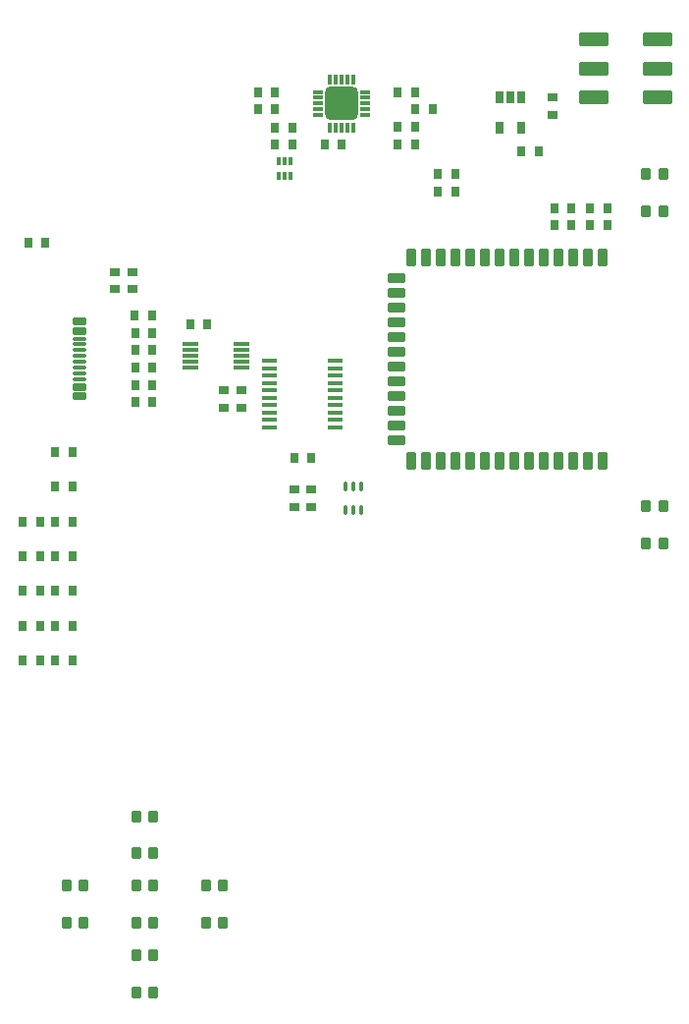
<source format=gbr>
%TF.GenerationSoftware,Altium Limited,Altium Designer,22.10.1 (41)*%
G04 Layer_Color=8421504*
%FSLAX45Y45*%
%MOMM*%
%TF.SameCoordinates,E44625A2-F068-4864-A6FA-01B12190F87A*%
%TF.FilePolarity,Positive*%
%TF.FileFunction,Paste,Top*%
%TF.Part,Single*%
G01*
G75*
%TA.AperFunction,SMDPad,CuDef*%
G04:AMPARAMS|DCode=11|XSize=0.7mm|YSize=0.9mm|CornerRadius=0.0875mm|HoleSize=0mm|Usage=FLASHONLY|Rotation=0.000|XOffset=0mm|YOffset=0mm|HoleType=Round|Shape=RoundedRectangle|*
%AMROUNDEDRECTD11*
21,1,0.70000,0.72500,0,0,0.0*
21,1,0.52500,0.90000,0,0,0.0*
1,1,0.17500,0.26250,-0.36250*
1,1,0.17500,-0.26250,-0.36250*
1,1,0.17500,-0.26250,0.36250*
1,1,0.17500,0.26250,0.36250*
%
%ADD11ROUNDEDRECTD11*%
G04:AMPARAMS|DCode=12|XSize=1.5mm|YSize=0.9mm|CornerRadius=0.1125mm|HoleSize=0mm|Usage=FLASHONLY|Rotation=270.000|XOffset=0mm|YOffset=0mm|HoleType=Round|Shape=RoundedRectangle|*
%AMROUNDEDRECTD12*
21,1,1.50000,0.67500,0,0,270.0*
21,1,1.27500,0.90000,0,0,270.0*
1,1,0.22500,-0.33750,-0.63750*
1,1,0.22500,-0.33750,0.63750*
1,1,0.22500,0.33750,0.63750*
1,1,0.22500,0.33750,-0.63750*
%
%ADD12ROUNDEDRECTD12*%
G04:AMPARAMS|DCode=13|XSize=1.5mm|YSize=0.9mm|CornerRadius=0.1125mm|HoleSize=0mm|Usage=FLASHONLY|Rotation=180.000|XOffset=0mm|YOffset=0mm|HoleType=Round|Shape=RoundedRectangle|*
%AMROUNDEDRECTD13*
21,1,1.50000,0.67500,0,0,180.0*
21,1,1.27500,0.90000,0,0,180.0*
1,1,0.22500,-0.63750,0.33750*
1,1,0.22500,0.63750,0.33750*
1,1,0.22500,0.63750,-0.33750*
1,1,0.22500,-0.63750,-0.33750*
%
%ADD13ROUNDEDRECTD13*%
G04:AMPARAMS|DCode=14|XSize=0.7mm|YSize=0.9mm|CornerRadius=0.0875mm|HoleSize=0mm|Usage=FLASHONLY|Rotation=90.000|XOffset=0mm|YOffset=0mm|HoleType=Round|Shape=RoundedRectangle|*
%AMROUNDEDRECTD14*
21,1,0.70000,0.72500,0,0,90.0*
21,1,0.52500,0.90000,0,0,90.0*
1,1,0.17500,0.36250,0.26250*
1,1,0.17500,0.36250,-0.26250*
1,1,0.17500,-0.36250,-0.26250*
1,1,0.17500,-0.36250,0.26250*
%
%ADD14ROUNDEDRECTD14*%
G04:AMPARAMS|DCode=15|XSize=2.8mm|YSize=2.8mm|CornerRadius=0.35mm|HoleSize=0mm|Usage=FLASHONLY|Rotation=180.000|XOffset=0mm|YOffset=0mm|HoleType=Round|Shape=RoundedRectangle|*
%AMROUNDEDRECTD15*
21,1,2.80000,2.10000,0,0,180.0*
21,1,2.10000,2.80000,0,0,180.0*
1,1,0.70000,-1.05000,1.05000*
1,1,0.70000,1.05000,1.05000*
1,1,0.70000,1.05000,-1.05000*
1,1,0.70000,-1.05000,-1.05000*
%
%ADD15ROUNDEDRECTD15*%
G04:AMPARAMS|DCode=16|XSize=0.9mm|YSize=0.3mm|CornerRadius=0.0375mm|HoleSize=0mm|Usage=FLASHONLY|Rotation=180.000|XOffset=0mm|YOffset=0mm|HoleType=Round|Shape=RoundedRectangle|*
%AMROUNDEDRECTD16*
21,1,0.90000,0.22500,0,0,180.0*
21,1,0.82500,0.30000,0,0,180.0*
1,1,0.07500,-0.41250,0.11250*
1,1,0.07500,0.41250,0.11250*
1,1,0.07500,0.41250,-0.11250*
1,1,0.07500,-0.41250,-0.11250*
%
%ADD16ROUNDEDRECTD16*%
G04:AMPARAMS|DCode=17|XSize=0.9mm|YSize=0.3mm|CornerRadius=0.0375mm|HoleSize=0mm|Usage=FLASHONLY|Rotation=90.000|XOffset=0mm|YOffset=0mm|HoleType=Round|Shape=RoundedRectangle|*
%AMROUNDEDRECTD17*
21,1,0.90000,0.22500,0,0,90.0*
21,1,0.82500,0.30000,0,0,90.0*
1,1,0.07500,0.11250,0.41250*
1,1,0.07500,0.11250,-0.41250*
1,1,0.07500,-0.11250,-0.41250*
1,1,0.07500,-0.11250,0.41250*
%
%ADD17ROUNDEDRECTD17*%
G04:AMPARAMS|DCode=18|XSize=0.4mm|YSize=1.27mm|CornerRadius=0.05mm|HoleSize=0mm|Usage=FLASHONLY|Rotation=270.000|XOffset=0mm|YOffset=0mm|HoleType=Round|Shape=RoundedRectangle|*
%AMROUNDEDRECTD18*
21,1,0.40000,1.17000,0,0,270.0*
21,1,0.30000,1.27000,0,0,270.0*
1,1,0.10000,-0.58500,-0.15000*
1,1,0.10000,-0.58500,0.15000*
1,1,0.10000,0.58500,0.15000*
1,1,0.10000,0.58500,-0.15000*
%
%ADD18ROUNDEDRECTD18*%
G04:AMPARAMS|DCode=19|XSize=0.3mm|YSize=0.8mm|CornerRadius=0.0375mm|HoleSize=0mm|Usage=FLASHONLY|Rotation=0.000|XOffset=0mm|YOffset=0mm|HoleType=Round|Shape=RoundedRectangle|*
%AMROUNDEDRECTD19*
21,1,0.30000,0.72500,0,0,0.0*
21,1,0.22500,0.80000,0,0,0.0*
1,1,0.07500,0.11250,-0.36250*
1,1,0.07500,-0.11250,-0.36250*
1,1,0.07500,-0.11250,0.36250*
1,1,0.07500,0.11250,0.36250*
%
%ADD19ROUNDEDRECTD19*%
G04:AMPARAMS|DCode=20|XSize=1.1mm|YSize=0.6mm|CornerRadius=0.075mm|HoleSize=0mm|Usage=FLASHONLY|Rotation=90.000|XOffset=0mm|YOffset=0mm|HoleType=Round|Shape=RoundedRectangle|*
%AMROUNDEDRECTD20*
21,1,1.10000,0.45000,0,0,90.0*
21,1,0.95000,0.60000,0,0,90.0*
1,1,0.15000,0.22500,0.47500*
1,1,0.15000,0.22500,-0.47500*
1,1,0.15000,-0.22500,-0.47500*
1,1,0.15000,-0.22500,0.47500*
%
%ADD20ROUNDEDRECTD20*%
G04:AMPARAMS|DCode=21|XSize=0.3mm|YSize=0.67mm|CornerRadius=0.0375mm|HoleSize=0mm|Usage=FLASHONLY|Rotation=0.000|XOffset=0mm|YOffset=0mm|HoleType=Round|Shape=RoundedRectangle|*
%AMROUNDEDRECTD21*
21,1,0.30000,0.59500,0,0,0.0*
21,1,0.22500,0.67000,0,0,0.0*
1,1,0.07500,0.11250,-0.29750*
1,1,0.07500,-0.11250,-0.29750*
1,1,0.07500,-0.11250,0.29750*
1,1,0.07500,0.11250,0.29750*
%
%ADD21ROUNDEDRECTD21*%
G04:AMPARAMS|DCode=22|XSize=0.6mm|YSize=1.15mm|CornerRadius=0.075mm|HoleSize=0mm|Usage=FLASHONLY|Rotation=270.000|XOffset=0mm|YOffset=0mm|HoleType=Round|Shape=RoundedRectangle|*
%AMROUNDEDRECTD22*
21,1,0.60000,1.00000,0,0,270.0*
21,1,0.45000,1.15000,0,0,270.0*
1,1,0.15000,-0.50000,-0.22500*
1,1,0.15000,-0.50000,0.22500*
1,1,0.15000,0.50000,0.22500*
1,1,0.15000,0.50000,-0.22500*
%
%ADD22ROUNDEDRECTD22*%
G04:AMPARAMS|DCode=23|XSize=0.3mm|YSize=1.15mm|CornerRadius=0.0375mm|HoleSize=0mm|Usage=FLASHONLY|Rotation=270.000|XOffset=0mm|YOffset=0mm|HoleType=Round|Shape=RoundedRectangle|*
%AMROUNDEDRECTD23*
21,1,0.30000,1.07500,0,0,270.0*
21,1,0.22500,1.15000,0,0,270.0*
1,1,0.07500,-0.53750,-0.11250*
1,1,0.07500,-0.53750,0.11250*
1,1,0.07500,0.53750,0.11250*
1,1,0.07500,0.53750,-0.11250*
%
%ADD23ROUNDEDRECTD23*%
G04:AMPARAMS|DCode=24|XSize=1.2mm|YSize=2.5mm|CornerRadius=0.15mm|HoleSize=0mm|Usage=FLASHONLY|Rotation=270.000|XOffset=0mm|YOffset=0mm|HoleType=Round|Shape=RoundedRectangle|*
%AMROUNDEDRECTD24*
21,1,1.20000,2.20000,0,0,270.0*
21,1,0.90000,2.50000,0,0,270.0*
1,1,0.30000,-1.10000,-0.45000*
1,1,0.30000,-1.10000,0.45000*
1,1,0.30000,1.10000,0.45000*
1,1,0.30000,1.10000,-0.45000*
%
%ADD24ROUNDEDRECTD24*%
G04:AMPARAMS|DCode=25|XSize=1.2mm|YSize=2.5001mm|CornerRadius=0.15mm|HoleSize=0mm|Usage=FLASHONLY|Rotation=270.000|XOffset=0mm|YOffset=0mm|HoleType=Round|Shape=RoundedRectangle|*
%AMROUNDEDRECTD25*
21,1,1.20000,2.20010,0,0,270.0*
21,1,0.90000,2.50010,0,0,270.0*
1,1,0.30000,-1.10005,-0.45000*
1,1,0.30000,-1.10005,0.45000*
1,1,0.30000,1.10005,0.45000*
1,1,0.30000,1.10005,-0.45000*
%
%ADD25ROUNDEDRECTD25*%
G04:AMPARAMS|DCode=26|XSize=0.3mm|YSize=1.4mm|CornerRadius=0.0375mm|HoleSize=0mm|Usage=FLASHONLY|Rotation=270.000|XOffset=0mm|YOffset=0mm|HoleType=Round|Shape=RoundedRectangle|*
%AMROUNDEDRECTD26*
21,1,0.30000,1.32500,0,0,270.0*
21,1,0.22500,1.40000,0,0,270.0*
1,1,0.07500,-0.66250,-0.11250*
1,1,0.07500,-0.66250,0.11250*
1,1,0.07500,0.66250,0.11250*
1,1,0.07500,0.66250,-0.11250*
%
%ADD26ROUNDEDRECTD26*%
G04:AMPARAMS|DCode=27|XSize=1mm|YSize=0.9mm|CornerRadius=0.1125mm|HoleSize=0mm|Usage=FLASHONLY|Rotation=90.000|XOffset=0mm|YOffset=0mm|HoleType=Round|Shape=RoundedRectangle|*
%AMROUNDEDRECTD27*
21,1,1.00000,0.67500,0,0,90.0*
21,1,0.77500,0.90000,0,0,90.0*
1,1,0.22500,0.33750,0.38750*
1,1,0.22500,0.33750,-0.38750*
1,1,0.22500,-0.33750,-0.38750*
1,1,0.22500,-0.33750,0.38750*
%
%ADD27ROUNDEDRECTD27*%
D11*
X525000Y5200000D02*
D03*
X675000D02*
D03*
X395000Y4600000D02*
D03*
X245000D02*
D03*
Y4300000D02*
D03*
X395000D02*
D03*
Y4000000D02*
D03*
X245000D02*
D03*
X395000Y3400000D02*
D03*
X245000D02*
D03*
Y3700000D02*
D03*
X395000D02*
D03*
X3634000Y8000000D02*
D03*
X3484000D02*
D03*
X3634000Y7850000D02*
D03*
X3484000D02*
D03*
X3830000Y7440000D02*
D03*
X3980000D02*
D03*
X2425000Y7850000D02*
D03*
X2575000D02*
D03*
X525000Y4600000D02*
D03*
X675000D02*
D03*
X525000Y4000000D02*
D03*
X675000D02*
D03*
X525000Y4900000D02*
D03*
X675000D02*
D03*
X1690000Y6300000D02*
D03*
X1840000D02*
D03*
X3000000Y7845000D02*
D03*
X2850000D02*
D03*
X2425000Y7995000D02*
D03*
X2575000D02*
D03*
X4700000Y7787500D02*
D03*
X4550000D02*
D03*
X5138000Y7300000D02*
D03*
X5288000D02*
D03*
X5138000Y7150000D02*
D03*
X5288000D02*
D03*
X4981000D02*
D03*
X4831000D02*
D03*
X1217500Y5775000D02*
D03*
X1367500D02*
D03*
X1217500Y6225000D02*
D03*
X1367500D02*
D03*
X2737500Y5150000D02*
D03*
X2587500D02*
D03*
X3634000Y8300000D02*
D03*
X3484000D02*
D03*
X2425000Y8150000D02*
D03*
X2275000D02*
D03*
X3784000D02*
D03*
X3634000D02*
D03*
X2425000Y8300000D02*
D03*
X2275000D02*
D03*
X3830000Y7590000D02*
D03*
X3980000D02*
D03*
X4831000Y7300000D02*
D03*
X4981000D02*
D03*
X675000Y3400000D02*
D03*
X525000D02*
D03*
X1217500Y5925000D02*
D03*
X1367500D02*
D03*
X1217500Y6075000D02*
D03*
X1367500D02*
D03*
Y5625000D02*
D03*
X1217500D02*
D03*
X1365000Y6375000D02*
D03*
X1215000D02*
D03*
X293000Y7000000D02*
D03*
X443000D02*
D03*
X675000Y3700000D02*
D03*
X525000D02*
D03*
Y4300000D02*
D03*
X675000D02*
D03*
D12*
X5250000Y6875000D02*
D03*
X5123000D02*
D03*
X4996000D02*
D03*
X4869000D02*
D03*
X4742000D02*
D03*
X4615000D02*
D03*
X4488000D02*
D03*
X4361000D02*
D03*
X4234000D02*
D03*
X4107000D02*
D03*
X3980000D02*
D03*
X3853000D02*
D03*
X3726000D02*
D03*
X3599000D02*
D03*
Y5125000D02*
D03*
X3726000D02*
D03*
X3853000D02*
D03*
X3980000D02*
D03*
X4107000D02*
D03*
X4234000D02*
D03*
X4361000D02*
D03*
X4488000D02*
D03*
X4615000D02*
D03*
X4742000D02*
D03*
X4869000D02*
D03*
X4996000D02*
D03*
X5123000D02*
D03*
X5250000D02*
D03*
D13*
X3474300Y6698500D02*
D03*
Y6571500D02*
D03*
Y6444500D02*
D03*
Y6317500D02*
D03*
Y6190500D02*
D03*
Y6063500D02*
D03*
Y5936500D02*
D03*
Y5809500D02*
D03*
Y5682500D02*
D03*
Y5555500D02*
D03*
Y5428500D02*
D03*
Y5301500D02*
D03*
D14*
X4820000Y8100000D02*
D03*
Y8250000D02*
D03*
X1040000Y6600000D02*
D03*
Y6750000D02*
D03*
X2130000Y5727700D02*
D03*
Y5577700D02*
D03*
X1980000Y5727700D02*
D03*
Y5577700D02*
D03*
X1190000Y6600000D02*
D03*
Y6750000D02*
D03*
X2587500Y4875000D02*
D03*
Y4725000D02*
D03*
X2737500D02*
D03*
Y4875000D02*
D03*
D15*
X3000000Y8200000D02*
D03*
D16*
X2795000D02*
D03*
Y8150000D02*
D03*
Y8250000D02*
D03*
Y8300000D02*
D03*
Y8100000D02*
D03*
X3205000Y8200000D02*
D03*
Y8250000D02*
D03*
Y8150000D02*
D03*
Y8100000D02*
D03*
Y8300000D02*
D03*
D17*
X3000000Y8405000D02*
D03*
X2950000D02*
D03*
X3050000D02*
D03*
X3100000D02*
D03*
X2900000D02*
D03*
X3000000Y7995000D02*
D03*
X3050000D02*
D03*
X2950000D02*
D03*
X2900000D02*
D03*
X3100000D02*
D03*
D18*
X2949520Y5981700D02*
D03*
Y5918200D02*
D03*
Y5854700D02*
D03*
Y5791200D02*
D03*
Y5727700D02*
D03*
X2375480D02*
D03*
Y5791200D02*
D03*
Y5854700D02*
D03*
Y5918200D02*
D03*
Y5981700D02*
D03*
X2949520Y5410200D02*
D03*
Y5473700D02*
D03*
Y5537200D02*
D03*
Y5600700D02*
D03*
Y5664200D02*
D03*
X2375480D02*
D03*
Y5600700D02*
D03*
Y5537200D02*
D03*
Y5473700D02*
D03*
Y5410200D02*
D03*
D19*
X3035000Y4900000D02*
D03*
X3100000D02*
D03*
X3165000D02*
D03*
X3035000Y4700000D02*
D03*
X3100000D02*
D03*
X3165000D02*
D03*
D20*
X4550000Y7990000D02*
D03*
X4360000D02*
D03*
Y8250000D02*
D03*
X4550000D02*
D03*
X4455000D02*
D03*
D21*
X2455000Y7705000D02*
D03*
X2505000D02*
D03*
X2555000D02*
D03*
X2505000Y7578000D02*
D03*
X2555000D02*
D03*
X2455000D02*
D03*
D22*
X737750Y5680000D02*
D03*
Y6240000D02*
D03*
Y5760000D02*
D03*
Y6320000D02*
D03*
D23*
Y5875000D02*
D03*
Y5925000D02*
D03*
Y5975000D02*
D03*
Y6025000D02*
D03*
Y6075000D02*
D03*
Y6125000D02*
D03*
Y6175000D02*
D03*
Y5825000D02*
D03*
D24*
X5725000Y8500000D02*
D03*
Y8250000D02*
D03*
Y8750000D02*
D03*
D25*
X5175000Y8250000D02*
D03*
Y8750000D02*
D03*
Y8500000D02*
D03*
D26*
X2130000Y5925000D02*
D03*
Y5975000D02*
D03*
Y6025000D02*
D03*
Y6075000D02*
D03*
Y6125000D02*
D03*
X1690000Y5925000D02*
D03*
Y5975000D02*
D03*
Y6025000D02*
D03*
Y6075000D02*
D03*
Y6125000D02*
D03*
D27*
X5625000Y7270000D02*
D03*
X5775000D02*
D03*
X5625000Y7590000D02*
D03*
X5775000D02*
D03*
X5625000Y4410000D02*
D03*
X5775000D02*
D03*
X5625000Y4730000D02*
D03*
X5775000D02*
D03*
X625000Y1140000D02*
D03*
X775000D02*
D03*
X625000Y1460000D02*
D03*
X775000D02*
D03*
X1825000Y1140000D02*
D03*
X1975000D02*
D03*
X1825000Y1460000D02*
D03*
X1975000D02*
D03*
X1225000Y1140000D02*
D03*
X1375000D02*
D03*
X1225000Y1460000D02*
D03*
X1375000D02*
D03*
X1225000Y1740000D02*
D03*
X1375000D02*
D03*
X1225000Y2060000D02*
D03*
X1375000D02*
D03*
X1225000Y540000D02*
D03*
X1375000D02*
D03*
X1225000Y860000D02*
D03*
X1375000D02*
D03*
%TF.MD5,23a3e7d6c3684a1179be90458c7077e2*%
M02*

</source>
